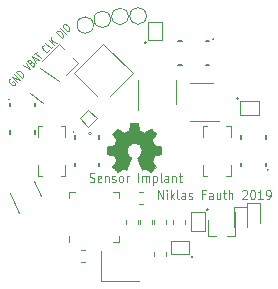
<source format=gto>
G04 #@! TF.GenerationSoftware,KiCad,Pcbnew,5.0.2-bee76a0~70~ubuntu18.04.1*
G04 #@! TF.CreationDate,2019-07-22T04:32:19+02:00*
G04 #@! TF.ProjectId,mainboard,6d61696e-626f-4617-9264-2e6b69636164,rev?*
G04 #@! TF.SameCoordinates,Original*
G04 #@! TF.FileFunction,Legend,Top*
G04 #@! TF.FilePolarity,Positive*
%FSLAX46Y46*%
G04 Gerber Fmt 4.6, Leading zero omitted, Abs format (unit mm)*
G04 Created by KiCad (PCBNEW 5.0.2-bee76a0~70~ubuntu18.04.1) date Mo 22 Jul 2019 04:32:19 CEST*
%MOMM*%
%LPD*%
G01*
G04 APERTURE LIST*
%ADD10C,0.100000*%
%ADD11C,0.125000*%
%ADD12C,0.112500*%
%ADD13C,0.120000*%
%ADD14C,0.010000*%
%ADD15C,0.127000*%
%ADD16C,0.200000*%
G04 APERTURE END LIST*
D10*
X-10502423Y6089116D02*
X-10557981Y6077331D01*
X-10608489Y6026823D01*
X-10637110Y5954429D01*
X-10627008Y5876984D01*
X-10600071Y5816374D01*
X-10529360Y5711992D01*
X-10463700Y5646332D01*
X-10359318Y5575621D01*
X-10298709Y5548684D01*
X-10221264Y5538583D01*
X-10148869Y5567204D01*
X-10115198Y5600875D01*
X-10086577Y5673270D01*
X-10091627Y5711992D01*
X-10244834Y5865199D01*
X-10312177Y5797855D01*
X-9896331Y5819742D02*
X-10355951Y6279361D01*
X-9694301Y6021772D01*
X-10153920Y6481392D01*
X-9525942Y6190131D02*
X-9985561Y6649750D01*
X-9901382Y6733930D01*
X-9828988Y6762551D01*
X-9751543Y6752449D01*
X-9690934Y6725512D01*
X-9586551Y6654801D01*
X-9520891Y6589141D01*
X-9450181Y6484759D01*
X-9423243Y6424150D01*
X-9413142Y6346705D01*
X-9441763Y6274310D01*
X-9525942Y6190131D01*
X-9413142Y7222170D02*
X-8835671Y6880402D01*
X-9177439Y7457872D01*
X-8722871Y7474708D02*
X-8650476Y7503329D01*
X-8611754Y7498278D01*
X-8551145Y7471341D01*
X-8485485Y7405681D01*
X-8458547Y7345072D01*
X-8453497Y7306349D01*
X-8465282Y7250791D01*
X-8599969Y7116104D01*
X-9059588Y7575723D01*
X-8941737Y7693575D01*
X-8886179Y7705360D01*
X-8847456Y7700309D01*
X-8786847Y7673372D01*
X-8743074Y7629598D01*
X-8716136Y7568989D01*
X-8711086Y7530267D01*
X-8722871Y7474708D01*
X-8840722Y7356857D01*
X-8394571Y7584141D02*
X-8226212Y7752500D01*
X-8296923Y7419150D02*
X-8638691Y7996620D01*
X-8061221Y7654852D01*
X-8453497Y8181815D02*
X-8251466Y8383846D01*
X-7892862Y7823211D02*
X-8352481Y8282830D01*
X-7246364Y8557255D02*
X-7241314Y8518533D01*
X-7269935Y8446138D01*
X-7303606Y8412467D01*
X-7376001Y8383846D01*
X-7453446Y8393947D01*
X-7514055Y8420884D01*
X-7618437Y8491595D01*
X-7684097Y8557255D01*
X-7754808Y8661637D01*
X-7781745Y8722247D01*
X-7791847Y8799692D01*
X-7763226Y8872086D01*
X-7729554Y8905758D01*
X-7657160Y8934379D01*
X-7618437Y8929328D01*
X-6882709Y8833363D02*
X-7051068Y8665005D01*
X-7510688Y9124624D01*
X-6764858Y8951215D02*
X-7224478Y9410834D01*
X-6562828Y9153245D02*
X-6976990Y9264362D01*
X-7022447Y9612864D02*
X-6961838Y9148194D01*
X-6141931Y9574142D02*
X-6601550Y10033761D01*
X-6517371Y10117941D01*
X-6444977Y10146562D01*
X-6367532Y10136460D01*
X-6306923Y10109523D01*
X-6202540Y10038812D01*
X-6136880Y9973152D01*
X-6066169Y9868770D01*
X-6039232Y9808161D01*
X-6029131Y9730716D01*
X-6057752Y9658321D01*
X-6141931Y9574142D01*
X-5788378Y9927695D02*
X-6247997Y10387315D01*
X-6012295Y10623017D02*
X-5944951Y10690361D01*
X-5889393Y10702146D01*
X-5811948Y10692044D01*
X-5707565Y10621333D01*
X-5554359Y10468127D01*
X-5483648Y10363745D01*
X-5473547Y10286299D01*
X-5485332Y10230741D01*
X-5552675Y10163398D01*
X-5608234Y10151612D01*
X-5685679Y10161714D01*
X-5790061Y10232425D01*
X-5943268Y10385631D01*
X-6013978Y10490014D01*
X-6024080Y10567459D01*
X-6012295Y10623017D01*
D11*
X-3766666Y-2623809D02*
X-3666666Y-2661904D01*
X-3500000Y-2661904D01*
X-3433333Y-2623809D01*
X-3400000Y-2585714D01*
X-3366666Y-2509523D01*
X-3366666Y-2433333D01*
X-3400000Y-2357142D01*
X-3433333Y-2319047D01*
X-3500000Y-2280952D01*
X-3633333Y-2242857D01*
X-3700000Y-2204761D01*
X-3733333Y-2166666D01*
X-3766666Y-2090476D01*
X-3766666Y-2014285D01*
X-3733333Y-1938095D01*
X-3700000Y-1900000D01*
X-3633333Y-1861904D01*
X-3466666Y-1861904D01*
X-3366666Y-1900000D01*
X-2800000Y-2623809D02*
X-2866666Y-2661904D01*
X-3000000Y-2661904D01*
X-3066666Y-2623809D01*
X-3100000Y-2547619D01*
X-3100000Y-2242857D01*
X-3066666Y-2166666D01*
X-3000000Y-2128571D01*
X-2866666Y-2128571D01*
X-2800000Y-2166666D01*
X-2766666Y-2242857D01*
X-2766666Y-2319047D01*
X-3100000Y-2395238D01*
X-2466666Y-2128571D02*
X-2466666Y-2661904D01*
X-2466666Y-2204761D02*
X-2433333Y-2166666D01*
X-2366666Y-2128571D01*
X-2266666Y-2128571D01*
X-2200000Y-2166666D01*
X-2166666Y-2242857D01*
X-2166666Y-2661904D01*
X-1866666Y-2623809D02*
X-1800000Y-2661904D01*
X-1666666Y-2661904D01*
X-1600000Y-2623809D01*
X-1566666Y-2547619D01*
X-1566666Y-2509523D01*
X-1600000Y-2433333D01*
X-1666666Y-2395238D01*
X-1766666Y-2395238D01*
X-1833333Y-2357142D01*
X-1866666Y-2280952D01*
X-1866666Y-2242857D01*
X-1833333Y-2166666D01*
X-1766666Y-2128571D01*
X-1666666Y-2128571D01*
X-1600000Y-2166666D01*
X-1166666Y-2661904D02*
X-1233333Y-2623809D01*
X-1266666Y-2585714D01*
X-1300000Y-2509523D01*
X-1300000Y-2280952D01*
X-1266666Y-2204761D01*
X-1233333Y-2166666D01*
X-1166666Y-2128571D01*
X-1066666Y-2128571D01*
X-1000000Y-2166666D01*
X-966666Y-2204761D01*
X-933333Y-2280952D01*
X-933333Y-2509523D01*
X-966666Y-2585714D01*
X-1000000Y-2623809D01*
X-1066666Y-2661904D01*
X-1166666Y-2661904D01*
X-633333Y-2661904D02*
X-633333Y-2128571D01*
X-633333Y-2280952D02*
X-600000Y-2204761D01*
X-566666Y-2166666D01*
X-500000Y-2128571D01*
X-433333Y-2128571D01*
X333333Y-2661904D02*
X333333Y-1861904D01*
X666666Y-2661904D02*
X666666Y-2128571D01*
X666666Y-2204761D02*
X700000Y-2166666D01*
X766666Y-2128571D01*
X866666Y-2128571D01*
X933333Y-2166666D01*
X966666Y-2242857D01*
X966666Y-2661904D01*
X966666Y-2242857D02*
X1000000Y-2166666D01*
X1066666Y-2128571D01*
X1166666Y-2128571D01*
X1233333Y-2166666D01*
X1266666Y-2242857D01*
X1266666Y-2661904D01*
X1600000Y-2128571D02*
X1600000Y-2928571D01*
X1600000Y-2166666D02*
X1666666Y-2128571D01*
X1800000Y-2128571D01*
X1866666Y-2166666D01*
X1900000Y-2204761D01*
X1933333Y-2280952D01*
X1933333Y-2509523D01*
X1900000Y-2585714D01*
X1866666Y-2623809D01*
X1800000Y-2661904D01*
X1666666Y-2661904D01*
X1600000Y-2623809D01*
X2333333Y-2661904D02*
X2266666Y-2623809D01*
X2233333Y-2547619D01*
X2233333Y-1861904D01*
X2900000Y-2661904D02*
X2900000Y-2242857D01*
X2866666Y-2166666D01*
X2800000Y-2128571D01*
X2666666Y-2128571D01*
X2600000Y-2166666D01*
X2900000Y-2623809D02*
X2833333Y-2661904D01*
X2666666Y-2661904D01*
X2600000Y-2623809D01*
X2566666Y-2547619D01*
X2566666Y-2471428D01*
X2600000Y-2395238D01*
X2666666Y-2357142D01*
X2833333Y-2357142D01*
X2900000Y-2319047D01*
X3233333Y-2128571D02*
X3233333Y-2661904D01*
X3233333Y-2204761D02*
X3266666Y-2166666D01*
X3333333Y-2128571D01*
X3433333Y-2128571D01*
X3499999Y-2166666D01*
X3533333Y-2242857D01*
X3533333Y-2661904D01*
X3766666Y-2128571D02*
X4033333Y-2128571D01*
X3866666Y-1861904D02*
X3866666Y-2547619D01*
X3899999Y-2623809D01*
X3966666Y-2661904D01*
X4033333Y-2661904D01*
D12*
X2025000Y-4101904D02*
X2025000Y-3301904D01*
X2425000Y-4101904D01*
X2425000Y-3301904D01*
X2758333Y-4101904D02*
X2758333Y-3568571D01*
X2758333Y-3301904D02*
X2724999Y-3340000D01*
X2758333Y-3378095D01*
X2791666Y-3340000D01*
X2758333Y-3301904D01*
X2758333Y-3378095D01*
X3091666Y-4101904D02*
X3091666Y-3301904D01*
X3158333Y-3797142D02*
X3358333Y-4101904D01*
X3358333Y-3568571D02*
X3091666Y-3873333D01*
X3758333Y-4101904D02*
X3691666Y-4063809D01*
X3658333Y-3987619D01*
X3658333Y-3301904D01*
X4324999Y-4101904D02*
X4324999Y-3682857D01*
X4291666Y-3606666D01*
X4224999Y-3568571D01*
X4091666Y-3568571D01*
X4024999Y-3606666D01*
X4324999Y-4063809D02*
X4258333Y-4101904D01*
X4091666Y-4101904D01*
X4024999Y-4063809D01*
X3991666Y-3987619D01*
X3991666Y-3911428D01*
X4024999Y-3835238D01*
X4091666Y-3797142D01*
X4258333Y-3797142D01*
X4324999Y-3759047D01*
X4625000Y-4063809D02*
X4691666Y-4101904D01*
X4825000Y-4101904D01*
X4891666Y-4063809D01*
X4925000Y-3987619D01*
X4925000Y-3949523D01*
X4891666Y-3873333D01*
X4825000Y-3835238D01*
X4725000Y-3835238D01*
X4658333Y-3797142D01*
X4625000Y-3720952D01*
X4625000Y-3682857D01*
X4658333Y-3606666D01*
X4725000Y-3568571D01*
X4825000Y-3568571D01*
X4891666Y-3606666D01*
X5991666Y-3682857D02*
X5758333Y-3682857D01*
X5758333Y-4101904D02*
X5758333Y-3301904D01*
X6091666Y-3301904D01*
X6658333Y-4101904D02*
X6658333Y-3682857D01*
X6624999Y-3606666D01*
X6558333Y-3568571D01*
X6424999Y-3568571D01*
X6358333Y-3606666D01*
X6658333Y-4063809D02*
X6591666Y-4101904D01*
X6424999Y-4101904D01*
X6358333Y-4063809D01*
X6324999Y-3987619D01*
X6324999Y-3911428D01*
X6358333Y-3835238D01*
X6424999Y-3797142D01*
X6591666Y-3797142D01*
X6658333Y-3759047D01*
X7291666Y-3568571D02*
X7291666Y-4101904D01*
X6991666Y-3568571D02*
X6991666Y-3987619D01*
X7024999Y-4063809D01*
X7091666Y-4101904D01*
X7191666Y-4101904D01*
X7258333Y-4063809D01*
X7291666Y-4025714D01*
X7524999Y-3568571D02*
X7791666Y-3568571D01*
X7624999Y-3301904D02*
X7624999Y-3987619D01*
X7658333Y-4063809D01*
X7724999Y-4101904D01*
X7791666Y-4101904D01*
X8024999Y-4101904D02*
X8024999Y-3301904D01*
X8324999Y-4101904D02*
X8324999Y-3682857D01*
X8291666Y-3606666D01*
X8224999Y-3568571D01*
X8124999Y-3568571D01*
X8058333Y-3606666D01*
X8024999Y-3644761D01*
X9158333Y-3378095D02*
X9191666Y-3340000D01*
X9258333Y-3301904D01*
X9424999Y-3301904D01*
X9491666Y-3340000D01*
X9524999Y-3378095D01*
X9558333Y-3454285D01*
X9558333Y-3530476D01*
X9524999Y-3644761D01*
X9124999Y-4101904D01*
X9558333Y-4101904D01*
X9991666Y-3301904D02*
X10058333Y-3301904D01*
X10124999Y-3340000D01*
X10158333Y-3378095D01*
X10191666Y-3454285D01*
X10224999Y-3606666D01*
X10224999Y-3797142D01*
X10191666Y-3949523D01*
X10158333Y-4025714D01*
X10124999Y-4063809D01*
X10058333Y-4101904D01*
X9991666Y-4101904D01*
X9924999Y-4063809D01*
X9891666Y-4025714D01*
X9858333Y-3949523D01*
X9824999Y-3797142D01*
X9824999Y-3606666D01*
X9858333Y-3454285D01*
X9891666Y-3378095D01*
X9924999Y-3340000D01*
X9991666Y-3301904D01*
X10891666Y-4101904D02*
X10491666Y-4101904D01*
X10691666Y-4101904D02*
X10691666Y-3301904D01*
X10624999Y-3416190D01*
X10558333Y-3492380D01*
X10491666Y-3530476D01*
X11224999Y-4101904D02*
X11358333Y-4101904D01*
X11424999Y-4063809D01*
X11458333Y-4025714D01*
X11524999Y-3911428D01*
X11558333Y-3759047D01*
X11558333Y-3454285D01*
X11524999Y-3378095D01*
X11491666Y-3340000D01*
X11424999Y-3301904D01*
X11291666Y-3301904D01*
X11224999Y-3340000D01*
X11191666Y-3378095D01*
X11158333Y-3454285D01*
X11158333Y-3644761D01*
X11191666Y-3720952D01*
X11224999Y-3759047D01*
X11291666Y-3797142D01*
X11424999Y-3797142D01*
X11491666Y-3759047D01*
X11524999Y-3720952D01*
X11558333Y-3644761D01*
D13*
G04 #@! TO.C,U3*
X-5208699Y7881855D02*
X-4742008Y7415164D01*
X-6382496Y9055652D02*
X-5915805Y8588961D01*
X-6382496Y9055652D02*
X-7817923Y7620225D01*
X-5739029Y6418144D02*
X-4742008Y7415164D01*
G04 #@! TO.C,U10*
X4680000Y-7620000D02*
X4680000Y-8780000D01*
X4680000Y-8780000D02*
X3120000Y-8780000D01*
X3120000Y-8780000D02*
X3120000Y-7620000D01*
X3120000Y-7620000D02*
X4680000Y-7620000D01*
X5000000Y-9000000D02*
G75*
G03X5000000Y-9000000I-100000J0D01*
G01*
G04 #@! TO.C,Q3*
X4820000Y-5220000D02*
X5980000Y-5220000D01*
X5980000Y-5220000D02*
X5980000Y-6780000D01*
X5980000Y-6780000D02*
X4820000Y-6780000D01*
X4820000Y-6780000D02*
X4820000Y-5220000D01*
X6300000Y-5000000D02*
G75*
G03X6300000Y-5000000I-100000J0D01*
G01*
G04 #@! TO.C,Q2*
X8970000Y3070000D02*
X8970000Y4230000D01*
X8970000Y4230000D02*
X10530000Y4230000D01*
X10530000Y4230000D02*
X10530000Y3070000D01*
X10530000Y3070000D02*
X8970000Y3070000D01*
X8850000Y4450000D02*
G75*
G03X8850000Y4450000I-100000J0D01*
G01*
G04 #@! TO.C,Q1*
X1050000Y9150000D02*
G75*
G03X1050000Y9150000I-100000J0D01*
G01*
X2330000Y10930000D02*
X2330000Y9370000D01*
X1170000Y10930000D02*
X2330000Y10930000D01*
X1170000Y9370000D02*
X1170000Y10930000D01*
X2330000Y9370000D02*
X1170000Y9370000D01*
G04 #@! TO.C,U7*
X-3645880Y1464268D02*
G75*
G03X-3645880Y1464268I-99999J0D01*
G01*
X-3887300Y3444167D02*
X-3180193Y2737060D01*
X-4594407Y2737060D02*
X-3887300Y3444167D01*
X-3887300Y2029953D02*
X-4594407Y2737060D01*
X-3180193Y2737060D02*
X-3887300Y2029953D01*
G04 #@! TO.C,D2*
X9590000Y-4400000D02*
X9590000Y-6100000D01*
X10690000Y-4400000D02*
X9590000Y-4400000D01*
X10690000Y-6100000D02*
X10690000Y-4400000D01*
D14*
G04 #@! TO.C,REF\002A\002A*
G36*
X103690Y2323472D02*
X182234Y2323042D01*
X239078Y2321878D01*
X277885Y2319613D01*
X302318Y2315880D01*
X316042Y2310314D01*
X322720Y2302547D01*
X326016Y2292215D01*
X326336Y2290877D01*
X331342Y2266741D01*
X340609Y2219119D01*
X353172Y2153079D01*
X368067Y2073692D01*
X384331Y1986024D01*
X384899Y1982945D01*
X401190Y1897031D01*
X416432Y1821124D01*
X429641Y1759775D01*
X439834Y1717538D01*
X446028Y1698965D01*
X446323Y1698636D01*
X464568Y1689567D01*
X502185Y1674453D01*
X551051Y1656558D01*
X551323Y1656462D01*
X612873Y1633327D01*
X685437Y1603855D01*
X753837Y1574223D01*
X757074Y1572758D01*
X868482Y1522194D01*
X1115179Y1690660D01*
X1190857Y1742017D01*
X1259411Y1787931D01*
X1316868Y1825790D01*
X1359256Y1852983D01*
X1382605Y1866899D01*
X1384822Y1867931D01*
X1401790Y1863336D01*
X1433481Y1841165D01*
X1481132Y1800373D01*
X1545978Y1739915D01*
X1612177Y1675593D01*
X1675994Y1612208D01*
X1733109Y1554369D01*
X1780085Y1505645D01*
X1813483Y1469610D01*
X1829865Y1449836D01*
X1830474Y1448818D01*
X1832285Y1435248D01*
X1825463Y1413087D01*
X1808320Y1379342D01*
X1779173Y1331020D01*
X1736335Y1265128D01*
X1679228Y1180303D01*
X1628546Y1105643D01*
X1583241Y1038680D01*
X1545930Y983304D01*
X1519232Y943400D01*
X1505765Y922858D01*
X1504917Y921464D01*
X1506561Y901782D01*
X1519025Y863527D01*
X1539828Y813931D01*
X1547242Y798092D01*
X1579594Y727530D01*
X1614108Y647467D01*
X1642145Y578191D01*
X1662348Y526775D01*
X1678395Y487701D01*
X1687668Y467279D01*
X1688821Y465706D01*
X1705876Y463099D01*
X1746078Y455957D01*
X1804082Y445297D01*
X1874543Y432135D01*
X1952115Y417487D01*
X2031452Y402371D01*
X2107211Y387802D01*
X2174044Y374798D01*
X2226608Y364375D01*
X2259556Y357550D01*
X2267637Y355621D01*
X2275985Y350858D01*
X2282286Y340102D01*
X2286825Y319722D01*
X2289884Y286086D01*
X2291747Y235565D01*
X2292698Y164528D01*
X2293020Y69344D01*
X2293037Y30328D01*
X2293037Y-286979D01*
X2216837Y-302019D01*
X2174443Y-310175D01*
X2111180Y-322079D01*
X2034742Y-336296D01*
X1952823Y-351390D01*
X1930180Y-355535D01*
X1854586Y-370233D01*
X1788733Y-384685D01*
X1738146Y-397555D01*
X1708354Y-407502D01*
X1703392Y-410467D01*
X1691206Y-431463D01*
X1673733Y-472147D01*
X1654357Y-524502D01*
X1650514Y-535780D01*
X1625119Y-605703D01*
X1593597Y-684598D01*
X1562749Y-755446D01*
X1562597Y-755775D01*
X1511227Y-866913D01*
X1680179Y-1115433D01*
X1849132Y-1363952D01*
X1632209Y-1581238D01*
X1566599Y-1645906D01*
X1506759Y-1702913D01*
X1456047Y-1749213D01*
X1417826Y-1781764D01*
X1395455Y-1797523D01*
X1392246Y-1798523D01*
X1373406Y-1790649D01*
X1334960Y-1768758D01*
X1281110Y-1735447D01*
X1216056Y-1693311D01*
X1145720Y-1646123D01*
X1074335Y-1597990D01*
X1010688Y-1556108D01*
X958821Y-1523051D01*
X922775Y-1501398D01*
X906647Y-1493723D01*
X886969Y-1500217D01*
X849655Y-1517330D01*
X802401Y-1541506D01*
X797392Y-1544193D01*
X733757Y-1576107D01*
X690121Y-1591759D01*
X662982Y-1591925D01*
X648837Y-1577384D01*
X648755Y-1577180D01*
X641685Y-1559959D01*
X624822Y-1519079D01*
X599475Y-1457705D01*
X566951Y-1378999D01*
X528558Y-1286127D01*
X485602Y-1182252D01*
X444002Y-1081682D01*
X398284Y-970696D01*
X356306Y-867883D01*
X319328Y-776395D01*
X288607Y-699381D01*
X265402Y-639995D01*
X250970Y-601389D01*
X246523Y-586980D01*
X257676Y-570452D01*
X286849Y-544110D01*
X325751Y-515067D01*
X436537Y-423219D01*
X523131Y-317939D01*
X584496Y-201446D01*
X619595Y-75956D01*
X627388Y56313D01*
X621723Y117363D01*
X590858Y244025D01*
X537700Y355879D01*
X465547Y451819D01*
X377697Y530744D01*
X277445Y591550D01*
X168090Y633133D01*
X52927Y654392D01*
X-64745Y654221D01*
X-181630Y631519D01*
X-294431Y585182D01*
X-399851Y514107D01*
X-443852Y473909D01*
X-528241Y370691D01*
X-586998Y257895D01*
X-620516Y138810D01*
X-629185Y16725D01*
X-613397Y-105073D01*
X-573542Y-223296D01*
X-510013Y-334655D01*
X-423199Y-435864D01*
X-326191Y-515067D01*
X-285783Y-545342D01*
X-257238Y-571399D01*
X-246963Y-587005D01*
X-252343Y-604023D01*
X-267645Y-644680D01*
X-291608Y-705822D01*
X-322976Y-784299D01*
X-360488Y-876960D01*
X-402887Y-980652D01*
X-444557Y-1081706D01*
X-490530Y-1192787D01*
X-533113Y-1295721D01*
X-570999Y-1387345D01*
X-602880Y-1464496D01*
X-627449Y-1524011D01*
X-643400Y-1562724D01*
X-649310Y-1577180D01*
X-663272Y-1591865D01*
X-690280Y-1591822D01*
X-733807Y-1576279D01*
X-797330Y-1544464D01*
X-797832Y-1544193D01*
X-845660Y-1519503D01*
X-884323Y-1501518D01*
X-906125Y-1493794D01*
X-907087Y-1493723D01*
X-923499Y-1501558D01*
X-959733Y-1523345D01*
X-1011746Y-1556508D01*
X-1075495Y-1598471D01*
X-1146160Y-1646123D01*
X-1218104Y-1694371D01*
X-1282946Y-1736331D01*
X-1336485Y-1769407D01*
X-1374523Y-1791001D01*
X-1392687Y-1798523D01*
X-1409412Y-1788637D01*
X-1443040Y-1761006D01*
X-1490210Y-1718675D01*
X-1547562Y-1664685D01*
X-1611736Y-1602079D01*
X-1632723Y-1581163D01*
X-1849721Y-1363803D01*
X-1684552Y-1121400D01*
X-1634356Y-1046961D01*
X-1590301Y-980152D01*
X-1554858Y-924845D01*
X-1530501Y-884909D01*
X-1519698Y-864216D01*
X-1519382Y-862743D01*
X-1525077Y-843238D01*
X-1540394Y-804002D01*
X-1562683Y-751610D01*
X-1578327Y-716535D01*
X-1607579Y-649381D01*
X-1635126Y-581538D01*
X-1656483Y-524214D01*
X-1662285Y-506752D01*
X-1678768Y-460118D01*
X-1694880Y-424085D01*
X-1703730Y-410467D01*
X-1723260Y-402132D01*
X-1765886Y-390317D01*
X-1826075Y-376361D01*
X-1898298Y-361602D01*
X-1930620Y-355535D01*
X-2012698Y-340453D01*
X-2091425Y-325849D01*
X-2159111Y-313160D01*
X-2208060Y-303822D01*
X-2217277Y-302019D01*
X-2293477Y-286979D01*
X-2293477Y30328D01*
X-2293306Y134666D01*
X-2292604Y213607D01*
X-2291086Y270782D01*
X-2288471Y309821D01*
X-2284474Y334355D01*
X-2278811Y348015D01*
X-2271200Y354431D01*
X-2268077Y355621D01*
X-2249242Y359840D01*
X-2207632Y368258D01*
X-2148590Y379859D01*
X-2077463Y393625D01*
X-1999595Y408540D01*
X-1920333Y423588D01*
X-1845022Y437751D01*
X-1779007Y450014D01*
X-1727633Y459359D01*
X-1696245Y464770D01*
X-1689261Y465706D01*
X-1682935Y478224D01*
X-1668930Y511574D01*
X-1649865Y559443D01*
X-1642586Y578191D01*
X-1613224Y650625D01*
X-1578649Y730650D01*
X-1547683Y798092D01*
X-1524897Y849661D01*
X-1509738Y892035D01*
X-1504678Y917986D01*
X-1505484Y921464D01*
X-1516179Y937884D01*
X-1540600Y974403D01*
X-1576125Y1027133D01*
X-1620133Y1092185D01*
X-1670003Y1165669D01*
X-1679864Y1180175D01*
X-1737728Y1266116D01*
X-1780264Y1331559D01*
X-1809166Y1379516D01*
X-1826130Y1413000D01*
X-1832853Y1435025D01*
X-1831030Y1448603D01*
X-1830984Y1448689D01*
X-1816634Y1466523D01*
X-1784897Y1501003D01*
X-1739210Y1548552D01*
X-1683016Y1605598D01*
X-1619752Y1668565D01*
X-1612618Y1675593D01*
X-1532890Y1752800D01*
X-1471363Y1809490D01*
X-1426799Y1846710D01*
X-1397963Y1865505D01*
X-1385262Y1867931D01*
X-1366726Y1857349D01*
X-1328259Y1832904D01*
X-1273834Y1797208D01*
X-1207422Y1752873D01*
X-1132995Y1702509D01*
X-1115619Y1690660D01*
X-868923Y1522194D01*
X-757514Y1572758D01*
X-689763Y1602225D01*
X-617037Y1631861D01*
X-554517Y1655490D01*
X-551763Y1656462D01*
X-502860Y1674363D01*
X-465163Y1689500D01*
X-446795Y1698610D01*
X-446764Y1698636D01*
X-440935Y1715103D01*
X-431028Y1755601D01*
X-418025Y1815578D01*
X-402911Y1890480D01*
X-386668Y1975756D01*
X-385339Y1982945D01*
X-369045Y2070806D01*
X-354087Y2150560D01*
X-341429Y2217139D01*
X-332034Y2265473D01*
X-326866Y2290495D01*
X-326776Y2290877D01*
X-323631Y2301521D01*
X-317516Y2309558D01*
X-304767Y2315353D01*
X-281720Y2319273D01*
X-244711Y2321685D01*
X-190076Y2322955D01*
X-114153Y2323449D01*
X-13276Y2323534D01*
X-220Y2323534D01*
X103690Y2323472D01*
X103690Y2323472D01*
G37*
X103690Y2323472D02*
X182234Y2323042D01*
X239078Y2321878D01*
X277885Y2319613D01*
X302318Y2315880D01*
X316042Y2310314D01*
X322720Y2302547D01*
X326016Y2292215D01*
X326336Y2290877D01*
X331342Y2266741D01*
X340609Y2219119D01*
X353172Y2153079D01*
X368067Y2073692D01*
X384331Y1986024D01*
X384899Y1982945D01*
X401190Y1897031D01*
X416432Y1821124D01*
X429641Y1759775D01*
X439834Y1717538D01*
X446028Y1698965D01*
X446323Y1698636D01*
X464568Y1689567D01*
X502185Y1674453D01*
X551051Y1656558D01*
X551323Y1656462D01*
X612873Y1633327D01*
X685437Y1603855D01*
X753837Y1574223D01*
X757074Y1572758D01*
X868482Y1522194D01*
X1115179Y1690660D01*
X1190857Y1742017D01*
X1259411Y1787931D01*
X1316868Y1825790D01*
X1359256Y1852983D01*
X1382605Y1866899D01*
X1384822Y1867931D01*
X1401790Y1863336D01*
X1433481Y1841165D01*
X1481132Y1800373D01*
X1545978Y1739915D01*
X1612177Y1675593D01*
X1675994Y1612208D01*
X1733109Y1554369D01*
X1780085Y1505645D01*
X1813483Y1469610D01*
X1829865Y1449836D01*
X1830474Y1448818D01*
X1832285Y1435248D01*
X1825463Y1413087D01*
X1808320Y1379342D01*
X1779173Y1331020D01*
X1736335Y1265128D01*
X1679228Y1180303D01*
X1628546Y1105643D01*
X1583241Y1038680D01*
X1545930Y983304D01*
X1519232Y943400D01*
X1505765Y922858D01*
X1504917Y921464D01*
X1506561Y901782D01*
X1519025Y863527D01*
X1539828Y813931D01*
X1547242Y798092D01*
X1579594Y727530D01*
X1614108Y647467D01*
X1642145Y578191D01*
X1662348Y526775D01*
X1678395Y487701D01*
X1687668Y467279D01*
X1688821Y465706D01*
X1705876Y463099D01*
X1746078Y455957D01*
X1804082Y445297D01*
X1874543Y432135D01*
X1952115Y417487D01*
X2031452Y402371D01*
X2107211Y387802D01*
X2174044Y374798D01*
X2226608Y364375D01*
X2259556Y357550D01*
X2267637Y355621D01*
X2275985Y350858D01*
X2282286Y340102D01*
X2286825Y319722D01*
X2289884Y286086D01*
X2291747Y235565D01*
X2292698Y164528D01*
X2293020Y69344D01*
X2293037Y30328D01*
X2293037Y-286979D01*
X2216837Y-302019D01*
X2174443Y-310175D01*
X2111180Y-322079D01*
X2034742Y-336296D01*
X1952823Y-351390D01*
X1930180Y-355535D01*
X1854586Y-370233D01*
X1788733Y-384685D01*
X1738146Y-397555D01*
X1708354Y-407502D01*
X1703392Y-410467D01*
X1691206Y-431463D01*
X1673733Y-472147D01*
X1654357Y-524502D01*
X1650514Y-535780D01*
X1625119Y-605703D01*
X1593597Y-684598D01*
X1562749Y-755446D01*
X1562597Y-755775D01*
X1511227Y-866913D01*
X1680179Y-1115433D01*
X1849132Y-1363952D01*
X1632209Y-1581238D01*
X1566599Y-1645906D01*
X1506759Y-1702913D01*
X1456047Y-1749213D01*
X1417826Y-1781764D01*
X1395455Y-1797523D01*
X1392246Y-1798523D01*
X1373406Y-1790649D01*
X1334960Y-1768758D01*
X1281110Y-1735447D01*
X1216056Y-1693311D01*
X1145720Y-1646123D01*
X1074335Y-1597990D01*
X1010688Y-1556108D01*
X958821Y-1523051D01*
X922775Y-1501398D01*
X906647Y-1493723D01*
X886969Y-1500217D01*
X849655Y-1517330D01*
X802401Y-1541506D01*
X797392Y-1544193D01*
X733757Y-1576107D01*
X690121Y-1591759D01*
X662982Y-1591925D01*
X648837Y-1577384D01*
X648755Y-1577180D01*
X641685Y-1559959D01*
X624822Y-1519079D01*
X599475Y-1457705D01*
X566951Y-1378999D01*
X528558Y-1286127D01*
X485602Y-1182252D01*
X444002Y-1081682D01*
X398284Y-970696D01*
X356306Y-867883D01*
X319328Y-776395D01*
X288607Y-699381D01*
X265402Y-639995D01*
X250970Y-601389D01*
X246523Y-586980D01*
X257676Y-570452D01*
X286849Y-544110D01*
X325751Y-515067D01*
X436537Y-423219D01*
X523131Y-317939D01*
X584496Y-201446D01*
X619595Y-75956D01*
X627388Y56313D01*
X621723Y117363D01*
X590858Y244025D01*
X537700Y355879D01*
X465547Y451819D01*
X377697Y530744D01*
X277445Y591550D01*
X168090Y633133D01*
X52927Y654392D01*
X-64745Y654221D01*
X-181630Y631519D01*
X-294431Y585182D01*
X-399851Y514107D01*
X-443852Y473909D01*
X-528241Y370691D01*
X-586998Y257895D01*
X-620516Y138810D01*
X-629185Y16725D01*
X-613397Y-105073D01*
X-573542Y-223296D01*
X-510013Y-334655D01*
X-423199Y-435864D01*
X-326191Y-515067D01*
X-285783Y-545342D01*
X-257238Y-571399D01*
X-246963Y-587005D01*
X-252343Y-604023D01*
X-267645Y-644680D01*
X-291608Y-705822D01*
X-322976Y-784299D01*
X-360488Y-876960D01*
X-402887Y-980652D01*
X-444557Y-1081706D01*
X-490530Y-1192787D01*
X-533113Y-1295721D01*
X-570999Y-1387345D01*
X-602880Y-1464496D01*
X-627449Y-1524011D01*
X-643400Y-1562724D01*
X-649310Y-1577180D01*
X-663272Y-1591865D01*
X-690280Y-1591822D01*
X-733807Y-1576279D01*
X-797330Y-1544464D01*
X-797832Y-1544193D01*
X-845660Y-1519503D01*
X-884323Y-1501518D01*
X-906125Y-1493794D01*
X-907087Y-1493723D01*
X-923499Y-1501558D01*
X-959733Y-1523345D01*
X-1011746Y-1556508D01*
X-1075495Y-1598471D01*
X-1146160Y-1646123D01*
X-1218104Y-1694371D01*
X-1282946Y-1736331D01*
X-1336485Y-1769407D01*
X-1374523Y-1791001D01*
X-1392687Y-1798523D01*
X-1409412Y-1788637D01*
X-1443040Y-1761006D01*
X-1490210Y-1718675D01*
X-1547562Y-1664685D01*
X-1611736Y-1602079D01*
X-1632723Y-1581163D01*
X-1849721Y-1363803D01*
X-1684552Y-1121400D01*
X-1634356Y-1046961D01*
X-1590301Y-980152D01*
X-1554858Y-924845D01*
X-1530501Y-884909D01*
X-1519698Y-864216D01*
X-1519382Y-862743D01*
X-1525077Y-843238D01*
X-1540394Y-804002D01*
X-1562683Y-751610D01*
X-1578327Y-716535D01*
X-1607579Y-649381D01*
X-1635126Y-581538D01*
X-1656483Y-524214D01*
X-1662285Y-506752D01*
X-1678768Y-460118D01*
X-1694880Y-424085D01*
X-1703730Y-410467D01*
X-1723260Y-402132D01*
X-1765886Y-390317D01*
X-1826075Y-376361D01*
X-1898298Y-361602D01*
X-1930620Y-355535D01*
X-2012698Y-340453D01*
X-2091425Y-325849D01*
X-2159111Y-313160D01*
X-2208060Y-303822D01*
X-2217277Y-302019D01*
X-2293477Y-286979D01*
X-2293477Y30328D01*
X-2293306Y134666D01*
X-2292604Y213607D01*
X-2291086Y270782D01*
X-2288471Y309821D01*
X-2284474Y334355D01*
X-2278811Y348015D01*
X-2271200Y354431D01*
X-2268077Y355621D01*
X-2249242Y359840D01*
X-2207632Y368258D01*
X-2148590Y379859D01*
X-2077463Y393625D01*
X-1999595Y408540D01*
X-1920333Y423588D01*
X-1845022Y437751D01*
X-1779007Y450014D01*
X-1727633Y459359D01*
X-1696245Y464770D01*
X-1689261Y465706D01*
X-1682935Y478224D01*
X-1668930Y511574D01*
X-1649865Y559443D01*
X-1642586Y578191D01*
X-1613224Y650625D01*
X-1578649Y730650D01*
X-1547683Y798092D01*
X-1524897Y849661D01*
X-1509738Y892035D01*
X-1504678Y917986D01*
X-1505484Y921464D01*
X-1516179Y937884D01*
X-1540600Y974403D01*
X-1576125Y1027133D01*
X-1620133Y1092185D01*
X-1670003Y1165669D01*
X-1679864Y1180175D01*
X-1737728Y1266116D01*
X-1780264Y1331559D01*
X-1809166Y1379516D01*
X-1826130Y1413000D01*
X-1832853Y1435025D01*
X-1831030Y1448603D01*
X-1830984Y1448689D01*
X-1816634Y1466523D01*
X-1784897Y1501003D01*
X-1739210Y1548552D01*
X-1683016Y1605598D01*
X-1619752Y1668565D01*
X-1612618Y1675593D01*
X-1532890Y1752800D01*
X-1471363Y1809490D01*
X-1426799Y1846710D01*
X-1397963Y1865505D01*
X-1385262Y1867931D01*
X-1366726Y1857349D01*
X-1328259Y1832904D01*
X-1273834Y1797208D01*
X-1207422Y1752873D01*
X-1132995Y1702509D01*
X-1115619Y1690660D01*
X-868923Y1522194D01*
X-757514Y1572758D01*
X-689763Y1602225D01*
X-617037Y1631861D01*
X-554517Y1655490D01*
X-551763Y1656462D01*
X-502860Y1674363D01*
X-465163Y1689500D01*
X-446795Y1698610D01*
X-446764Y1698636D01*
X-440935Y1715103D01*
X-431028Y1755601D01*
X-418025Y1815578D01*
X-402911Y1890480D01*
X-386668Y1975756D01*
X-385339Y1982945D01*
X-369045Y2070806D01*
X-354087Y2150560D01*
X-341429Y2217139D01*
X-332034Y2265473D01*
X-326866Y2290495D01*
X-326776Y2290877D01*
X-323631Y2301521D01*
X-317516Y2309558D01*
X-304767Y2315353D01*
X-281720Y2319273D01*
X-244711Y2321685D01*
X-190076Y2322955D01*
X-114153Y2323449D01*
X-13276Y2323534D01*
X-220Y2323534D01*
X103690Y2323472D01*
D13*
G04 #@! TO.C,J19*
X-1997700Y11125360D02*
G75*
G03X-1997700Y11125360I-700000J0D01*
G01*
G04 #@! TO.C,J20*
X-3442960Y10637680D02*
G75*
G03X-3442960Y10637680I-700000J0D01*
G01*
G04 #@! TO.C,J18*
X-496560Y11379360D02*
G75*
G03X-496560Y11379360I-700000J0D01*
G01*
G04 #@! TO.C,J17*
X1032520Y11414920D02*
G75*
G03X1032520Y11414920I-700000J0D01*
G01*
G04 #@! TO.C,U1*
X-5510000Y-7235000D02*
X-5510000Y-7710000D01*
X-1290000Y-3490000D02*
X-1765000Y-3490000D01*
X-1290000Y-3965000D02*
X-1290000Y-3490000D01*
X-1290000Y-7710000D02*
X-1765000Y-7710000D01*
X-1290000Y-7235000D02*
X-1290000Y-7710000D01*
X-5510000Y-3490000D02*
X-5035000Y-3490000D01*
X-5510000Y-3965000D02*
X-5510000Y-3490000D01*
G04 #@! TO.C,U9*
X7200000Y2480000D02*
X4700000Y2480000D01*
X4700000Y5720000D02*
X6700000Y5720000D01*
G04 #@! TO.C,U6*
X3537480Y5991260D02*
X3537480Y3991260D01*
X297480Y3491260D02*
X297480Y5991260D01*
D10*
G04 #@! TO.C,J11*
X-6200000Y-2110000D02*
X-5840000Y-2110000D01*
X-5840000Y-2110000D02*
X-5840000Y-1200000D01*
X-7800000Y-2110000D02*
X-8160000Y-2110000D01*
X-8160000Y-2110000D02*
X-8160000Y-1200000D01*
X-5840000Y1200000D02*
X-5840000Y2110000D01*
X-5840000Y2110000D02*
X-6200000Y2110000D01*
X-8160000Y1200000D02*
X-8160000Y2110000D01*
X-8160000Y2110000D02*
X-7800000Y2110000D01*
G04 #@! TO.C,J12*
X7800000Y-2110000D02*
X8160000Y-2110000D01*
X8160000Y-2110000D02*
X8160000Y-1200000D01*
X6200000Y-2110000D02*
X5840000Y-2110000D01*
X5840000Y-2110000D02*
X5840000Y-1200000D01*
X8160000Y1200000D02*
X8160000Y2110000D01*
X8160000Y2110000D02*
X7800000Y2110000D01*
X5840000Y1200000D02*
X5840000Y2110000D01*
X5840000Y2110000D02*
X6200000Y2110000D01*
D13*
G04 #@! TO.C,D1*
X8490000Y-4750000D02*
X8490000Y-6450000D01*
X9590000Y-4750000D02*
X8490000Y-4750000D01*
X9590000Y-6450000D02*
X9590000Y-4750000D01*
G04 #@! TO.C,U4*
X-3168394Y4648438D02*
X-5098442Y6578486D01*
X-5098442Y6578486D02*
X-2617911Y9059017D01*
X-2617911Y9059017D02*
X-111924Y6553030D01*
X-111924Y6553030D02*
X-2016517Y4648438D01*
D15*
G04 #@! TO.C,U5*
X6380000Y9274000D02*
X6080000Y9274000D01*
X6380000Y7226000D02*
X6080000Y7226000D01*
X3720000Y9274000D02*
X4020000Y9274000D01*
X3720000Y7226000D02*
X4020000Y7226000D01*
D16*
X6700000Y9450000D02*
G75*
G03X6700000Y9450000I-50000J0D01*
G01*
G04 #@! TO.C,U8*
X11350000Y-1600000D02*
G75*
G03X11350000Y-1600000I-50000J0D01*
G01*
D15*
X9076000Y1330000D02*
X9076000Y1030000D01*
X11124000Y1330000D02*
X11124000Y1030000D01*
X9076000Y-1330000D02*
X9076000Y-1030000D01*
X11124000Y-1330000D02*
X11124000Y-1030000D01*
G04 #@! TO.C,U11*
X-4989160Y1332700D02*
X-4989160Y1032700D01*
X-2941160Y1332700D02*
X-2941160Y1032700D01*
X-4989160Y-1327300D02*
X-4989160Y-1027300D01*
X-2941160Y-1327300D02*
X-2941160Y-1027300D01*
D16*
X-5115160Y1602700D02*
G75*
G03X-5115160Y1602700I-50000J0D01*
G01*
G04 #@! TO.C,U12*
X-10596480Y4350980D02*
G75*
G03X-10596480Y4350980I-50000J0D01*
G01*
D15*
X-8422480Y1420980D02*
X-8422480Y1720980D01*
X-10470480Y1420980D02*
X-10470480Y1720980D01*
X-8422480Y4080980D02*
X-8422480Y3780980D01*
X-10470480Y4080980D02*
X-10470480Y3780980D01*
D13*
G04 #@! TO.C,C48*
X437221Y-3490000D02*
X762779Y-3490000D01*
X437221Y-4510000D02*
X762779Y-4510000D01*
G04 #@! TO.C,C46*
X-4462779Y-9410000D02*
X-4137221Y-9410000D01*
X-4462779Y-8390000D02*
X-4137221Y-8390000D01*
G04 #@! TO.C,C47*
X1681800Y-8897679D02*
X1681800Y-8572121D01*
X2701800Y-8897679D02*
X2701800Y-8572121D01*
G04 #@! TO.C,C45*
X490000Y-5837221D02*
X490000Y-6162779D01*
X1510000Y-5837221D02*
X1510000Y-6162779D01*
G04 #@! TO.C,C49*
X2710000Y-5837221D02*
X2710000Y-6162779D01*
X1690000Y-5837221D02*
X1690000Y-6162779D01*
G04 #@! TO.C,L9*
X3290000Y-5837221D02*
X3290000Y-6162779D01*
X4310000Y-5837221D02*
X4310000Y-6162779D01*
G04 #@! TO.C,L5*
X-710000Y-6162779D02*
X-710000Y-5837221D01*
X310000Y-6162779D02*
X310000Y-5837221D01*
G04 #@! TO.C,U13*
X-6373845Y5946373D02*
X-7930234Y7036168D01*
X-8851355Y4848947D02*
X-7704542Y4045940D01*
G04 #@! TO.C,Y1*
X-2776240Y-8461060D02*
X-2776240Y-11061060D01*
X-2776240Y-11061060D02*
X423760Y-11061060D01*
G04 #@! TO.C,Q4*
X6240000Y-5820000D02*
X6240000Y-7230000D01*
X8560000Y-7230000D02*
X8560000Y-5200000D01*
X8560000Y-7230000D02*
X7900000Y-7230000D01*
X6900000Y-7230000D02*
X6240000Y-7230000D01*
G04 #@! TO.C,U2*
X-10547150Y-3555822D02*
X-9744175Y-5277807D01*
X-7852850Y-3844178D02*
X-8444516Y-2575347D01*
G04 #@! TD*
M02*

</source>
